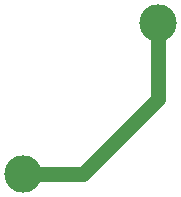
<source format=gbr>
%FSLAX23Y23*%
%MOIN*%
G04 EasyPC Gerber Version 14.0.2 Build 2922 *
%ADD17C,0.05000*%
%ADD14C,0.12500*%
X0Y0D02*
D02*
D14*
X502Y1002D03*
X953Y1503D03*
D02*
D17*
X502Y1002D02*
X703D01*
X953Y1252*
Y1503*
X0Y0D02*
M02*

</source>
